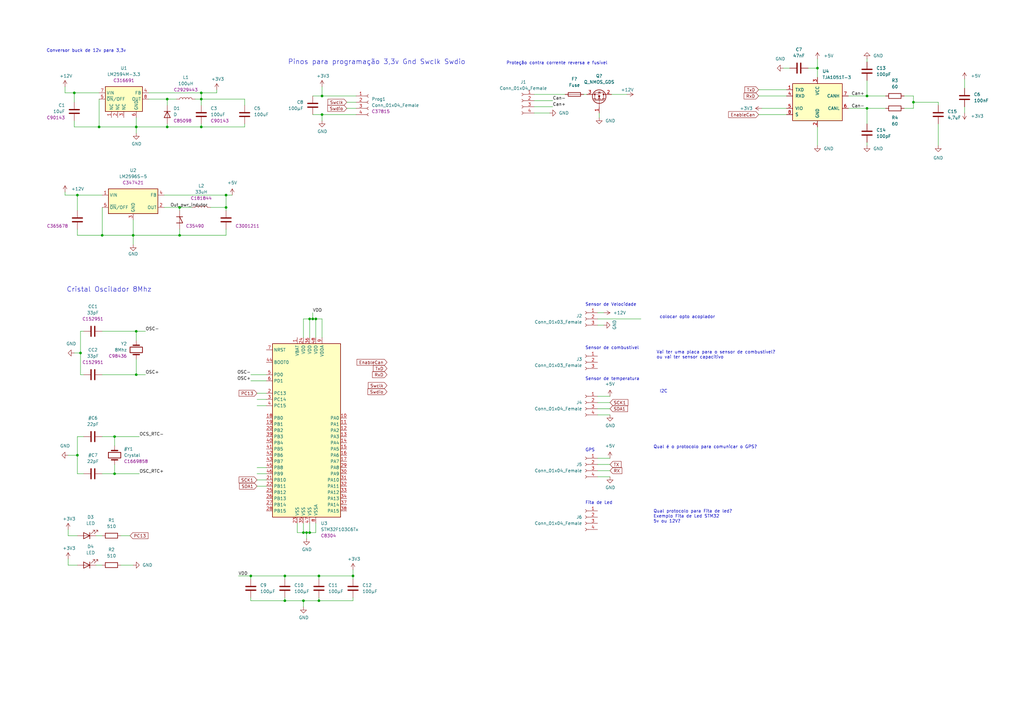
<source format=kicad_sch>
(kicad_sch (version 20231120) (generator "eeschema") (generator_version "8.0")
  (paper "A3")
  (title_block (title "Placa de propósito geral") (date "2023-02-23") (rev "rev 0.0") (company "Capibaja") (comment 2 "Kariston Franzin"))
  (lib_symbols
    (symbol "+12V_1" (power) (pin_names (offset 0))
      (property "Value" "+12V_1" (at 0 3.556 0))
      (symbol "+12V_1_0_1"
        (polyline (pts (xy -0.762 1.27) (xy 0 2.54)))
        (polyline (pts (xy 0 0) (xy 0 2.54)))
        (polyline (pts (xy 0 2.54) (xy 0.762 1.27)))
      )
      (symbol "+12V_1_1_1"
        (pin power_in line (at 0 0 90) (length 0) hide (name "+12V") (number "1"))
      )
    )
    (symbol "Connector:Conn_01x03_Female" (pin_names (offset 1.016) hide)
      (property "Reference" "J" (at 0 5.08 0))
      (property "Value" "Conn_01x03_Female" (at 0 -5.08 0))
      (symbol "Conn_01x03_Female_1_1"
        (arc (start 0 -2.032) (mid -0.5058 -2.54) (end 0 -3.048) (stroke (width 0.1524)))
        (polyline (pts (xy -1.27 -2.54) (xy -0.508 -2.54)) (stroke (width 0.1524)))
        (polyline (pts (xy -1.27 0) (xy -0.508 0)) (stroke (width 0.1524)))
        (polyline (pts (xy -1.27 2.54) (xy -0.508 2.54)) (stroke (width 0.1524)))
        (arc (start 0 0.508) (mid -0.5058 0) (end 0 -0.508) (stroke (width 0.1524)))
        (arc (start 0 3.048) (mid -0.5058 2.54) (end 0 2.032) (stroke (width 0.1524)))
        (pin passive line (at -5.08 2.54 0) (length 3.81) (name "Pin_1") (number "1"))
        (pin passive line (at -5.08 0 0) (length 3.81) (name "Pin_2") (number "2"))
        (pin passive line (at -5.08 -2.54 0) (length 3.81) (name "Pin_3") (number "3"))
      )
    )
    (symbol "Connector:Conn_01x04_Female" (pin_names (offset 1.016) hide)
      (property "Reference" "J" (at 0 5.08 0))
      (property "Value" "Conn_01x04_Female" (at 0 -7.62 0))
      (symbol "Conn_01x04_Female_1_1"
        (arc (start 0 -4.572) (mid -0.5058 -5.08) (end 0 -5.588) (stroke (width 0.1524)))
        (arc (start 0 -2.032) (mid -0.5058 -2.54) (end 0 -3.048) (stroke (width 0.1524)))
        (polyline (pts (xy -1.27 -5.08) (xy -0.508 -5.08)) (stroke (width 0.1524)))
        (polyline (pts (xy -1.27 -2.54) (xy -0.508 -2.54)) (stroke (width 0.1524)))
        (polyline (pts (xy -1.27 0) (xy -0.508 0)) (stroke (width 0.1524)))
        (polyline (pts (xy -1.27 2.54) (xy -0.508 2.54)) (stroke (width 0.1524)))
        (arc (start 0 0.508) (mid -0.5058 0) (end 0 -0.508) (stroke (width 0.1524)))
        (arc (start 0 3.048) (mid -0.5058 2.54) (end 0 2.032) (stroke (width 0.1524)))
        (pin passive line (at -5.08 2.54 0) (length 3.81) (name "Pin_1") (number "1"))
        (pin passive line (at -5.08 0 0) (length 3.81) (name "Pin_2") (number "2"))
        (pin passive line (at -5.08 -2.54 0) (length 3.81) (name "Pin_3") (number "3"))
        (pin passive line (at -5.08 -5.08 0) (length 3.81) (name "Pin_4") (number "4"))
      )
    )
    (symbol "Device:C" (pin_numbers hide) (pin_names (offset 0.254))
      (property "Reference" "C" (at 0.635 2.54 0))
      (property "Value" "C" (at 0.635 -2.54 0))
      (symbol "C_0_1"
        (polyline (pts (xy -2.032 -0.762) (xy 2.032 -0.762)) (stroke (width 0.508)))
        (polyline (pts (xy -2.032 0.762) (xy 2.032 0.762)) (stroke (width 0.508)))
      )
      (symbol "C_1_1"
        (pin passive line (at 0 3.81 270) (length 2.794) (name "~") (number "1"))
        (pin passive line (at 0 -3.81 90) (length 2.794) (name "~") (number "2"))
      )
    )
    (symbol "Device:Crystal" (pin_numbers hide) (pin_names (offset 1.016) hide)
      (property "Reference" "Y" (at 0 3.81 0))
      (property "Value" "Crystal" (at 0 -3.81 0))
      (symbol "Crystal_0_1"
        (rectangle (start -1.143 2.54) (end 1.143 -2.54) (stroke (width 0.3048)))
        (polyline (pts (xy -2.54 0) (xy -1.905 0)))
        (polyline (pts (xy -1.905 -1.27) (xy -1.905 1.27)) (stroke (width 0.508)))
        (polyline (pts (xy 1.905 -1.27) (xy 1.905 1.27)) (stroke (width 0.508)))
        (polyline (pts (xy 2.54 0) (xy 1.905 0)))
      )
      (symbol "Crystal_1_1"
        (pin passive line (at -3.81 0 0) (length 1.27) (name "1") (number "1"))
        (pin passive line (at 3.81 0 180) (length 1.27) (name "2") (number "2"))
      )
    )
    (symbol "Device:D" (pin_numbers hide) (pin_names (offset 1.016) hide)
      (property "Reference" "D" (at 0 2.54 0))
      (property "Value" "D" (at 0 -2.54 0))
      (symbol "D_0_1"
        (polyline (pts (xy -1.27 1.27) (xy -1.27 -1.27)) (stroke (width 0.254)))
        (polyline (pts (xy 1.27 0) (xy -1.27 0)))
        (polyline (pts (xy 1.27 1.27) (xy 1.27 -1.27) (xy -1.27 0) (xy 1.27 1.27)) (stroke (width 0.254)))
      )
      (symbol "D_1_1"
        (pin passive line (at -3.81 0 0) (length 2.54) (name "K") (number "1"))
        (pin passive line (at 3.81 0 180) (length 2.54) (name "A") (number "2"))
      )
    )
    (symbol "Device:D_Shockley" (pin_numbers hide) (pin_names (offset 1.016) hide)
      (property "Reference" "D" (at 0 2.54 0))
      (property "Value" "D_Shockley" (at 0 -2.54 0))
      (symbol "D_Shockley_0_1"
        (polyline (pts (xy -1.27 0) (xy 1.27 0)))
        (polyline (pts (xy -1.27 1.27) (xy -1.27 -1.27)) (stroke (width 0.254)))
        (polyline (pts (xy -1.27 0) (xy 1.27 1.27) (xy 1.27 -1.27)) (stroke (width 0.254)))
      )
      (symbol "D_Shockley_1_1"
        (pin passive line (at -3.81 0 0) (length 2.54) (name "K") (number "1"))
        (pin passive line (at 3.81 0 180) (length 2.54) (name "A") (number "2"))
      )
    )
    (symbol "Device:Fuse" (pin_numbers hide) (pin_names (offset 0))
      (property "Reference" "F" (at 2.032 0 90))
      (property "Value" "Fuse" (at -1.905 0 90))
      (symbol "Fuse_0_1"
        (rectangle (start -0.762 -2.54) (end 0.762 2.54) (stroke (width 0.254)))
        (polyline (pts (xy 0 2.54) (xy 0 -2.54)))
      )
      (symbol "Fuse_1_1"
        (pin passive line (at 0 3.81 270) (length 1.27) (name "~") (number "1"))
        (pin passive line (at 0 -3.81 90) (length 1.27) (name "~") (number "2"))
      )
    )
    (symbol "Device:L" (pin_numbers hide) (pin_names (offset 1.016) hide)
      (property "Reference" "L" (at -1.27 0 90))
      (property "Value" "L" (at 1.905 0 90))
      (symbol "L_0_1"
        (arc (start 0 -2.54) (mid 0.6323 -1.905) (end 0 -1.27))
        (arc (start 0 -1.27) (mid 0.6323 -0.635) (end 0 0))
        (arc (start 0 0) (mid 0.6323 0.635) (end 0 1.27))
        (arc (start 0 1.27) (mid 0.6323 1.905) (end 0 2.54))
      )
      (symbol "L_1_1"
        (pin passive line (at 0 3.81 270) (length 1.27) (name "1") (number "1"))
        (pin passive line (at 0 -3.81 90) (length 1.27) (name "2") (number "2"))
      )
    )
    (symbol "Device:LED" (pin_numbers hide) (pin_names (offset 1.016) hide)
      (property "Reference" "D" (at 0 2.54 0))
      (property "Value" "LED" (at 0 -2.54 0))
      (symbol "LED_0_1"
        (polyline (pts (xy -1.27 -1.27) (xy -1.27 1.27)) (stroke (width 0.254)))
        (polyline (pts (xy -1.27 0) (xy 1.27 0)))
        (polyline (pts (xy 1.27 -1.27) (xy 1.27 1.27) (xy -1.27 0) (xy 1.27 -1.27)) (stroke (width 0.254)))
        (polyline (pts (xy -3.048 -0.762) (xy -4.572 -2.286) (xy -3.81 -2.286) (xy -4.572 -2.286) (xy -4.572 -1.524)))
        (polyline (pts (xy -1.778 -0.762) (xy -3.302 -2.286) (xy -2.54 -2.286) (xy -3.302 -2.286) (xy -3.302 -1.524)))
      )
      (symbol "LED_1_1"
        (pin passive line (at -3.81 0 0) (length 2.54) (name "K") (number "1"))
        (pin passive line (at 3.81 0 180) (length 2.54) (name "A") (number "2"))
      )
    )
    (symbol "Device:Q_NMOS_GDS" (pin_names (offset 0) hide)
      (property "Reference" "Q" (at 5.08 1.27 0))
      (property "Value" "Q_NMOS_GDS" (at 5.08 -1.27 0))
      (symbol "Q_NMOS_GDS_0_1"
        (polyline (pts (xy 0.254 0) (xy -2.54 0)))
        (polyline (pts (xy 0.254 1.905) (xy 0.254 -1.905)) (stroke (width 0.254)))
        (polyline (pts (xy 0.762 -1.27) (xy 0.762 -2.286)) (stroke (width 0.254)))
        (polyline (pts (xy 0.762 0.508) (xy 0.762 -0.508)) (stroke (width 0.254)))
        (polyline (pts (xy 0.762 2.286) (xy 0.762 1.27)) (stroke (width 0.254)))
        (polyline (pts (xy 2.54 2.54) (xy 2.54 1.778)))
        (polyline (pts (xy 2.54 -2.54) (xy 2.54 0) (xy 0.762 0)))
        (polyline (pts (xy 0.762 -1.778) (xy 3.302 -1.778) (xy 3.302 1.778) (xy 0.762 1.778)))
        (polyline (pts (xy 1.016 0) (xy 2.032 0.381) (xy 2.032 -0.381) (xy 1.016 0)) (fill (type outline)))
        (polyline (pts (xy 2.794 0.508) (xy 2.921 0.381) (xy 3.683 0.381) (xy 3.81 0.254)))
        (polyline (pts (xy 3.302 0.381) (xy 2.921 -0.254) (xy 3.683 -0.254) (xy 3.302 0.381)))
        (circle (center 1.651 0) (radius 2.794) (stroke (width 0.254)))
        (circle (center 2.54 -1.778) (radius 0.254) (fill (type outline)))
        (circle (center 2.54 1.778) (radius 0.254) (fill (type outline)))
      )
      (symbol "Q_NMOS_GDS_1_1"
        (pin input line (at -5.08 0 0) (length 2.54) (name "G") (number "1"))
        (pin passive line (at 2.54 5.08 270) (length 2.54) (name "D") (number "2"))
        (pin passive line (at 2.54 -5.08 90) (length 2.54) (name "S") (number "3"))
      )
    )
    (symbol "Device:R" (pin_numbers hide) (pin_names (offset 0))
      (property "Reference" "R" (at 2.032 0 90))
      (property "Value" "R" (at 0 0 90))
      (symbol "R_0_1"
        (rectangle (start -1.016 -2.54) (end 1.016 2.54) (stroke (width 0.254)))
      )
      (symbol "R_1_1"
        (pin passive line (at 0 3.81 270) (length 1.27) (name "~") (number "1"))
        (pin passive line (at 0 -3.81 90) (length 1.27) (name "~") (number "2"))
      )
    )
    (symbol "GND_1" (power) (pin_names (offset 0))
      (property "Value" "GND_1" (at 0 -3.81 0))
      (symbol "GND_1_0_1"
        (polyline (pts (xy 0 0) (xy 0 -1.27) (xy 1.27 -1.27) (xy 0 -2.54) (xy -1.27 -1.27) (xy 0 -1.27)))
      )
      (symbol "GND_1_1_1"
        (pin power_in line (at 0 0 270) (length 0) hide (name "GND") (number "1"))
      )
    )
    (symbol "GND_2" (power) (pin_names (offset 0))
      (property "Value" "GND_2" (at 0 -3.81 0))
      (symbol "GND_2_0_1"
        (polyline (pts (xy 0 0) (xy 0 -1.27) (xy 1.27 -1.27) (xy 0 -2.54) (xy -1.27 -1.27) (xy 0 -1.27)))
      )
      (symbol "GND_2_1_1"
        (pin power_in line (at 0 0 270) (length 0) hide (name "GND") (number "1"))
      )
    )
    (symbol "Interface_CAN_LIN:TJA1051T-3" (pin_names (offset 1.016))
      (property "Reference" "U" (at -10.16 8.89 0))
      (property "Value" "TJA1051T-3" (at 1.27 8.89 0))
      (symbol "TJA1051T-3_0_1"
        (rectangle (start -10.16 7.62) (end 10.16 -7.62) (stroke (width 0.254)) (fill (type background)))
      )
      (symbol "TJA1051T-3_1_1"
        (pin input line (at -12.7 5.08 0) (length 2.54) (name "TXD") (number "1"))
        (pin power_in line (at 0 -10.16 90) (length 2.54) (name "GND") (number "2"))
        (pin power_in line (at 0 10.16 270) (length 2.54) (name "VCC") (number "3"))
        (pin output line (at -12.7 2.54 0) (length 2.54) (name "RXD") (number "4"))
        (pin power_in line (at -12.7 -2.54 0) (length 2.54) (name "VIO") (number "5"))
        (pin bidirectional line (at 12.7 -2.54 180) (length 2.54) (name "CANL") (number "6"))
        (pin bidirectional line (at 12.7 2.54 180) (length 2.54) (name "CANH") (number "7"))
        (pin input line (at -12.7 -5.08 0) (length 2.54) (name "S") (number "8"))
      )
    )
    (symbol "MCU_ST_STM32F1:STM32F103C6Tx"
      (property "Reference" "U" (at -15.24 36.83 0))
      (property "Value" "STM32F103C6Tx" (at 7.62 36.83 0))
      (symbol "STM32F103C6Tx_0_1"
        (rectangle (start -15.24 -35.56) (end 12.7 35.56) (stroke (width 0.254)) (fill (type background)))
      )
      (symbol "STM32F103C6Tx_1_1"
        (pin power_in line (at -5.08 38.1 270) (length 2.54) (name "VBAT") (number "1"))
        (pin bidirectional line (at 15.24 5.08 180) (length 2.54) (name "PA0") (number "10"))
        (pin bidirectional line (at 15.24 2.54 180) (length 2.54) (name "PA1") (number "11"))
        (pin bidirectional line (at 15.24 0 180) (length 2.54) (name "PA2") (number "12"))
        (pin bidirectional line (at 15.24 -2.54 180) (length 2.54) (name "PA3") (number "13"))
        (pin bidirectional line (at 15.24 -5.08 180) (length 2.54) (name "PA4") (number "14"))
        (pin bidirectional line (at 15.24 -7.62 180) (length 2.54) (name "PA5") (number "15"))
        (pin bidirectional line (at 15.24 -10.16 180) (length 2.54) (name "PA6") (number "16"))
        (pin bidirectional line (at 15.24 -12.7 180) (length 2.54) (name "PA7") (number "17"))
        (pin bidirectional line (at -17.78 5.08 0) (length 2.54) (name "PB0") (number "18"))
        (pin bidirectional line (at -17.78 2.54 0) (length 2.54) (name "PB1") (number "19"))
        (pin bidirectional line (at -17.78 15.24 0) (length 2.54) (name "PC13") (number "2"))
        (pin bidirectional line (at -17.78 0 0) (length 2.54) (name "PB2") (number "20"))
        (pin bidirectional line (at -17.78 -20.32 0) (length 2.54) (name "PB10") (number "21"))
        (pin bidirectional line (at -17.78 -22.86 0) (length 2.54) (name "PB11") (number "22"))
        (pin power_in line (at -5.08 -38.1 90) (length 2.54) (name "VSS") (number "23"))
        (pin power_in line (at -2.54 38.1 270) (length 2.54) (name "VDD") (number "24"))
        (pin bidirectional line (at -17.78 -25.4 0) (length 2.54) (name "PB12") (number "25"))
        (pin bidirectional line (at -17.78 -27.94 0) (length 2.54) (name "PB13") (number "26"))
        (pin bidirectional line (at -17.78 -30.48 0) (length 2.54) (name "PB14") (number "27"))
        (pin bidirectional line (at -17.78 -33.02 0) (length 2.54) (name "PB15") (number "28"))
        (pin bidirectional line (at 15.24 -15.24 180) (length 2.54) (name "PA8") (number "29"))
        (pin bidirectional line (at -17.78 12.7 0) (length 2.54) (name "PC14") (number "3"))
        (pin bidirectional line (at 15.24 -17.78 180) (length 2.54) (name "PA9") (number "30"))
        (pin bidirectional line (at 15.24 -20.32 180) (length 2.54) (name "PA10") (number "31"))
        (pin bidirectional line (at 15.24 -22.86 180) (length 2.54) (name "PA11") (number "32"))
        (pin bidirectional line (at 15.24 -25.4 180) (length 2.54) (name "PA12") (number "33"))
        (pin bidirectional line (at 15.24 -27.94 180) (length 2.54) (name "PA13") (number "34"))
        (pin power_in line (at -2.54 -38.1 90) (length 2.54) (name "VSS") (number "35"))
        (pin power_in line (at 0 38.1 270) (length 2.54) (name "VDD") (number "36"))
        (pin bidirectional line (at 15.24 -30.48 180) (length 2.54) (name "PA14") (number "37"))
        (pin bidirectional line (at 15.24 -33.02 180) (length 2.54) (name "PA15") (number "38"))
        (pin bidirectional line (at -17.78 -2.54 0) (length 2.54) (name "PB3") (number "39"))
        (pin bidirectional line (at -17.78 10.16 0) (length 2.54) (name "PC15") (number "4"))
        (pin bidirectional line (at -17.78 -5.08 0) (length 2.54) (name "PB4") (number "40"))
        (pin bidirectional line (at -17.78 -7.62 0) (length 2.54) (name "PB5") (number "41"))
        (pin bidirectional line (at -17.78 -10.16 0) (length 2.54) (name "PB6") (number "42"))
        (pin bidirectional line (at -17.78 -12.7 0) (length 2.54) (name "PB7") (number "43"))
        (pin input line (at -17.78 27.94 0) (length 2.54) (name "BOOT0") (number "44"))
        (pin bidirectional line (at -17.78 -15.24 0) (length 2.54) (name "PB8") (number "45"))
        (pin bidirectional line (at -17.78 -17.78 0) (length 2.54) (name "PB9") (number "46"))
        (pin power_in line (at 0 -38.1 90) (length 2.54) (name "VSS") (number "47"))
        (pin power_in line (at 2.54 38.1 270) (length 2.54) (name "VDD") (number "48"))
        (pin input line (at -17.78 22.86 0) (length 2.54) (name "PD0") (number "5"))
        (pin input line (at -17.78 20.32 0) (length 2.54) (name "PD1") (number "6"))
        (pin input line (at -17.78 33.02 0) (length 2.54) (name "NRST") (number "7"))
        (pin power_in line (at 2.54 -38.1 90) (length 2.54) (name "VSSA") (number "8"))
        (pin power_in line (at 5.08 38.1 270) (length 2.54) (name "VDDA") (number "9"))
      )
    )
    (symbol "Regulator_Switching:LM2594M-3.3"
      (property "Reference" "U" (at -7.62 6.35 0))
      (property "Value" "LM2594M-3.3" (at 0 6.35 0))
      (symbol "LM2594M-3.3_0_1"
        (rectangle (start -7.62 5.08) (end 7.62 -5.08) (stroke (width 0.254)) (fill (type background)))
      )
      (symbol "LM2594M-3.3_1_1"
        (pin passive line (at -5.08 -7.62 90) (length 2.54) (name "NC") (number "1"))
        (pin passive line (at -2.54 -7.62 90) (length 2.54) (name "NC") (number "2"))
        (pin passive line (at 0 -7.62 90) (length 2.54) (name "NC") (number "3"))
        (pin input line (at 10.16 2.54 180) (length 2.54) (name "FB") (number "4"))
        (pin input line (at -10.16 0 0) (length 2.54) (name "~{ON}/OFF") (number "5"))
        (pin power_in line (at 5.08 -7.62 90) (length 2.54) (name "GND") (number "6"))
        (pin power_in line (at -10.16 2.54 0) (length 2.54) (name "VIN") (number "7"))
        (pin output line (at 10.16 0 180) (length 2.54) (name "OUT") (number "8"))
      )
    )
    (symbol "Regulator_Switching:LM2596S-5"
      (property "Reference" "U" (at -10.16 6.35 0))
      (property "Value" "LM2596S-5" (at 0 6.35 0))
      (symbol "LM2596S-5_0_1"
        (rectangle (start -10.16 5.08) (end 10.16 -5.08) (stroke (width 0.254)) (fill (type background)))
      )
      (symbol "LM2596S-5_1_1"
        (pin power_in line (at -12.7 2.54 0) (length 2.54) (name "VIN") (number "1"))
        (pin output line (at 12.7 -2.54 180) (length 2.54) (name "OUT") (number "2"))
        (pin power_in line (at 0 -7.62 90) (length 2.54) (name "GND") (number "3"))
        (pin input line (at 12.7 2.54 180) (length 2.54) (name "FB") (number "4"))
        (pin input line (at -12.7 -2.54 0) (length 2.54) (name "~{ON}/OFF") (number "5"))
      )
    )
    (symbol "power:+12V" (power) (pin_names (offset 0))
      (property "Value" "+12V" (at 0 3.556 0))
      (symbol "+12V_0_1"
        (polyline (pts (xy -0.762 1.27) (xy 0 2.54)))
        (polyline (pts (xy 0 0) (xy 0 2.54)))
        (polyline (pts (xy 0 2.54) (xy 0.762 1.27)))
      )
      (symbol "+12V_1_1"
        (pin power_in line (at 0 0 90) (length 0) hide (name "+12V") (number "1"))
      )
    )
    (symbol "power:+3.3V" (power) (pin_names (offset 0))
      (property "Value" "+3.3V" (at 0 3.556 0))
      (symbol "+3.3V_0_1"
        (polyline (pts (xy -0.762 1.27) (xy 0 2.54)))
        (polyline (pts (xy 0 0) (xy 0 2.54)))
        (polyline (pts (xy 0 2.54) (xy 0.762 1.27)))
      )
      (symbol "+3.3V_1_1"
        (pin power_in line (at 0 0 90) (length 0) hide (name "+3V3") (number "1"))
      )
    )
    (symbol "power:+5V" (power) (pin_names (offset 0))
      (property "Value" "+5V" (at 0 3.556 0))
      (symbol "+5V_0_1"
        (polyline (pts (xy -0.762 1.27) (xy 0 2.54)))
        (polyline (pts (xy 0 0) (xy 0 2.54)))
        (polyline (pts (xy 0 2.54) (xy 0.762 1.27)))
      )
      (symbol "+5V_1_1"
        (pin power_in line (at 0 0 90) (length 0) hide (name "+5V") (number "1"))
      )
    )
    (symbol "power:GND" (power) (pin_names (offset 0))
      (property "Value" "GND" (at 0 -3.81 0))
      (symbol "GND_0_1"
        (polyline (pts (xy 0 0) (xy 0 -1.27) (xy 1.27 -1.27) (xy 0 -2.54) (xy -1.27 -1.27) (xy 0 -1.27)))
      )
      (symbol "GND_1_1"
        (pin power_in line (at 0 0 270) (length 0) hide (name "GND") (number "1"))
      )
    )
  )
  (junction (at 129.54 130.81))
  (junction (at 68.58 52.07))
  (junction (at 92.71 85.09))
  (junction (at 33.02 144.78))
  (junction (at 31.75 186.69))
  (junction (at 127 130.81))
  (junction (at 40.64 52.07))
  (junction (at 128.27 130.81))
  (junction (at 46.99 194.31))
  (junction (at 125.73 218.44))
  (junction (at 41.91 96.52))
  (junction (at 82.55 40.64))
  (junction (at 335.28 27.94))
  (junction (at 30.48 38.1))
  (junction (at 92.71 80.01))
  (junction (at 54.61 96.52))
  (junction (at 127 218.44))
  (junction (at 116.84 246.38))
  (junction (at 130.81 246.38))
  (junction (at 116.84 236.22))
  (junction (at 102.87 236.22))
  (junction (at 130.81 236.22))
  (junction (at 82.55 38.1))
  (junction (at 55.88 52.07))
  (junction (at 144.78 236.22))
  (junction (at 355.6 39.37))
  (junction (at 31.75 80.01))
  (junction (at 46.99 179.07))
  (junction (at 132.08 39.37))
  (junction (at 355.6 44.45))
  (junction (at 124.46 218.44))
  (junction (at 73.66 85.09))
  (junction (at 124.46 246.38))
  (junction (at 82.55 52.07))
  (junction (at 68.58 40.64))
  (junction (at 374.65 41.91))
  (junction (at 55.88 153.67))
  (junction (at 55.88 135.89))
  (junction (at 132.08 46.99))
  (junction (at 73.66 96.52))
  (wire (pts (xy 26.67 80.01) (xy 31.75 80.01)))
  (wire (pts (xy 27.94 229.235) (xy 27.94 231.775)))
  (wire (pts (xy 129.54 130.81) (xy 129.54 138.43)))
  (wire (pts (xy 92.71 93.98) (xy 92.71 96.52)))
  (wire (pts (xy 82.55 52.07) (xy 100.33 52.07)))
  (wire (pts (xy 370.84 44.45) (xy 374.65 44.45)))
  (wire (pts (xy 105.41 199.39) (xy 109.22 199.39)))
  (wire (pts (xy 355.6 39.37) (xy 347.98 39.37)))
  (wire (pts (xy 33.02 144.78) (xy 33.02 135.89)))
  (wire (pts (xy 39.37 219.71) (xy 41.91 219.71)))
  (wire (pts (xy 116.84 237.49) (xy 116.84 236.22)))
  (wire (pts (xy 31.75 86.36) (xy 31.75 80.01)))
  (wire (pts (xy 100.33 40.64) (xy 82.55 40.64)))
  (wire (pts (xy 26.67 38.1) (xy 30.48 38.1)))
  (wire (pts (xy 247.65 128.27) (xy 245.11 128.27)))
  (wire (pts (xy 31.75 93.98) (xy 31.75 96.52)))
  (wire (pts (xy 40.64 52.07) (xy 55.88 52.07)))
  (wire (pts (xy 33.02 153.67) (xy 33.02 144.78)))
  (wire (pts (xy 363.22 44.45) (xy 355.6 44.45)))
  (wire (pts (xy 395.605 46.355) (xy 395.605 43.815)))
  (wire (pts (xy 46.99 194.31) (xy 46.99 190.5)))
  (wire (pts (xy 27.94 217.17) (xy 27.94 219.71)))
  (wire (pts (xy 31.75 80.01) (xy 41.91 80.01)))
  (wire (pts (xy 130.81 237.49) (xy 130.81 236.22)))
  (wire (pts (xy 129.54 214.63) (xy 129.54 218.44)))
  (wire (pts (xy 247.65 133.35) (xy 245.11 133.35)))
  (wire (pts (xy 132.08 130.81) (xy 132.08 138.43)))
  (wire (pts (xy 46.99 179.07) (xy 57.15 179.07)))
  (wire (pts (xy 68.58 52.07) (xy 82.55 52.07)))
  (wire (pts (xy 30.48 52.07) (xy 40.64 52.07)))
  (wire (pts (xy 34.29 153.67) (xy 33.02 153.67)))
  (wire (pts (xy 127 218.44) (xy 129.54 218.44)))
  (wire (pts (xy 41.91 179.07) (xy 46.99 179.07)))
  (wire (pts (xy 73.66 85.09) (xy 78.74 85.09)))
  (wire (pts (xy 331.47 27.94) (xy 335.28 27.94)))
  (wire (pts (xy 31.75 96.52) (xy 41.91 96.52)))
  (wire (pts (xy 355.6 44.45) (xy 347.98 44.45)))
  (wire (pts (xy 41.91 85.09) (xy 41.91 96.52)))
  (wire (pts (xy 130.81 246.38) (xy 144.78 246.38)))
  (wire (pts (xy 226.695 43.815) (xy 219.075 43.815)))
  (wire (pts (xy 39.37 231.775) (xy 41.91 231.775)))
  (wire (pts (xy 40.64 40.64) (xy 40.64 52.07)))
  (wire (pts (xy 33.02 144.78) (xy 30.48 144.78)))
  (wire (pts (xy 127 130.81) (xy 127 138.43)))
  (wire (pts (xy 82.55 40.64) (xy 82.55 38.1)))
  (wire (pts (xy 124.46 130.81) (xy 127 130.81)))
  (wire (pts (xy 239.395 38.735) (xy 240.665 38.735)))
  (wire (pts (xy 127 130.81) (xy 128.27 130.81)))
  (wire (pts (xy 102.87 245.11) (xy 102.87 246.38)))
  (wire (pts (xy 311.15 46.99) (xy 322.58 46.99)))
  (wire (pts (xy 27.94 219.71) (xy 31.75 219.71)))
  (wire (pts (xy 132.08 35.56) (xy 132.08 39.37)))
  (wire (pts (xy 105.41 196.85) (xy 109.22 196.85)))
  (wire (pts (xy 100.33 52.07) (xy 100.33 50.8)))
  (wire (pts (xy 116.84 246.38) (xy 124.46 246.38)))
  (wire (pts (xy 250.19 165.1) (xy 245.11 165.1)))
  (wire (pts (xy 55.88 52.07) (xy 55.88 54.61)))
  (wire (pts (xy 257.175 38.735) (xy 250.825 38.735)))
  (wire (pts (xy 102.87 246.38) (xy 116.84 246.38)))
  (wire (pts (xy 121.92 218.44) (xy 124.46 218.44)))
  (wire (pts (xy 41.91 194.31) (xy 46.99 194.31)))
  (wire (pts (xy 225.425 46.355) (xy 219.075 46.355)))
  (wire (pts (xy 55.88 147.32) (xy 55.88 153.67)))
  (wire (pts (xy 82.55 38.1) (xy 60.96 38.1)))
  (wire (pts (xy 55.88 153.67) (xy 59.69 153.67)))
  (wire (pts (xy 374.65 41.91) (xy 374.65 44.45)))
  (wire (pts (xy 142.24 44.45) (xy 146.05 44.45)))
  (wire (pts (xy 30.48 38.1) (xy 40.64 38.1)))
  (wire (pts (xy 124.46 218.44) (xy 125.73 218.44)))
  (wire (pts (xy 31.75 179.07) (xy 31.75 186.69)))
  (wire (pts (xy 250.19 195.58) (xy 245.11 195.58)))
  (wire (pts (xy 68.58 50.8) (xy 68.58 52.07)))
  (wire (pts (xy 132.08 39.37) (xy 146.05 39.37)))
  (wire (pts (xy 92.71 85.09) (xy 92.71 86.36)))
  (wire (pts (xy 67.31 80.01) (xy 92.71 80.01)))
  (wire (pts (xy 105.41 166.37) (xy 109.22 166.37)))
  (wire (pts (xy 355.6 33.02) (xy 355.6 39.37)))
  (wire (pts (xy 55.88 48.26) (xy 55.88 52.07)))
  (wire (pts (xy 116.84 236.22) (xy 102.87 236.22)))
  (wire (pts (xy 97.79 236.22) (xy 102.87 236.22)))
  (wire (pts (xy 250.19 193.04) (xy 245.11 193.04)))
  (wire (pts (xy 88.9 36.83) (xy 88.9 38.1)))
  (wire (pts (xy 27.94 186.69) (xy 31.75 186.69)))
  (wire (pts (xy 250.19 162.56) (xy 245.11 162.56)))
  (wire (pts (xy 130.81 236.22) (xy 144.78 236.22)))
  (wire (pts (xy 73.66 85.09) (xy 67.31 85.09)))
  (wire (pts (xy 116.84 236.22) (xy 130.81 236.22)))
  (wire (pts (xy 105.41 161.29) (xy 109.22 161.29)))
  (wire (pts (xy 31.75 186.69) (xy 31.75 194.31)))
  (wire (pts (xy 384.81 50.8) (xy 384.81 59.69)))
  (wire (pts (xy 250.19 190.5) (xy 245.11 190.5)))
  (wire (pts (xy 68.58 52.07) (xy 55.88 52.07)))
  (wire (pts (xy 226.695 41.275) (xy 219.075 41.275)))
  (wire (pts (xy 86.36 85.09) (xy 92.71 85.09)))
  (wire (pts (xy 144.78 236.22) (xy 144.78 237.49)))
  (wire (pts (xy 127 214.63) (xy 127 218.44)))
  (wire (pts (xy 311.15 36.83) (xy 322.58 36.83)))
  (wire (pts (xy 132.08 46.99) (xy 146.05 46.99)))
  (wire (pts (xy 30.48 49.53) (xy 30.48 52.07)))
  (wire (pts (xy 125.73 218.44) (xy 125.73 220.98)))
  (wire (pts (xy 31.75 194.31) (xy 34.29 194.31)))
  (wire (pts (xy 46.99 182.88) (xy 46.99 179.07)))
  (wire (pts (xy 73.66 86.36) (xy 73.66 85.09)))
  (wire (pts (xy 54.61 90.17) (xy 54.61 96.52)))
  (wire (pts (xy 250.19 167.64) (xy 245.11 167.64)))
  (wire (pts (xy 102.87 153.67) (xy 109.22 153.67)))
  (wire (pts (xy 130.81 245.11) (xy 130.81 246.38)))
  (wire (pts (xy 370.84 39.37) (xy 374.65 39.37)))
  (wire (pts (xy 54.61 96.52) (xy 73.66 96.52)))
  (wire (pts (xy 102.87 156.21) (xy 109.22 156.21)))
  (wire (pts (xy 124.46 138.43) (xy 124.46 130.81)))
  (wire (pts (xy 125.73 218.44) (xy 127 218.44)))
  (wire (pts (xy 124.46 246.38) (xy 130.81 246.38)))
  (wire (pts (xy 60.96 40.64) (xy 68.58 40.64)))
  (wire (pts (xy 49.53 219.71) (xy 53.34 219.71)))
  (wire (pts (xy 245.745 48.26) (xy 245.745 46.355)))
  (wire (pts (xy 335.28 27.94) (xy 335.28 31.75)))
  (wire (pts (xy 73.66 93.98) (xy 73.66 96.52)))
  (wire (pts (xy 116.84 245.11) (xy 116.84 246.38)))
  (wire (pts (xy 132.08 46.99) (xy 132.08 49.53)))
  (wire (pts (xy 384.81 41.91) (xy 384.81 43.18)))
  (wire (pts (xy 26.67 78.74) (xy 26.67 80.01)))
  (wire (pts (xy 335.28 24.13) (xy 335.28 27.94)))
  (wire (pts (xy 144.78 246.38) (xy 144.78 245.11)))
  (wire (pts (xy 105.41 191.77) (xy 109.22 191.77)))
  (wire (pts (xy 105.41 194.31) (xy 109.22 194.31)))
  (wire (pts (xy 54.61 96.52) (xy 54.61 100.33)))
  (wire (pts (xy 355.6 59.69) (xy 355.6 58.42)))
  (wire (pts (xy 92.71 80.01) (xy 92.71 85.09)))
  (wire (pts (xy 82.55 52.07) (xy 82.55 50.8)))
  (wire (pts (xy 312.42 44.45) (xy 322.58 44.45)))
  (wire (pts (xy 250.19 170.18) (xy 245.11 170.18)))
  (wire (pts (xy 33.02 135.89) (xy 34.29 135.89)))
  (wire (pts (xy 128.27 46.99) (xy 132.08 46.99)))
  (wire (pts (xy 231.775 38.735) (xy 219.075 38.735)))
  (wire (pts (xy 245.11 130.81) (xy 262.89 130.81)))
  (wire (pts (xy 335.28 59.69) (xy 335.28 52.07)))
  (wire (pts (xy 27.94 231.775) (xy 31.75 231.775)))
  (wire (pts (xy 128.27 128.27) (xy 128.27 130.81)))
  (wire (pts (xy 128.27 130.81) (xy 129.54 130.81)))
  (wire (pts (xy 30.48 41.91) (xy 30.48 38.1)))
  (wire (pts (xy 250.19 187.96) (xy 245.11 187.96)))
  (wire (pts (xy 73.66 96.52) (xy 92.71 96.52)))
  (wire (pts (xy 128.27 39.37) (xy 132.08 39.37)))
  (wire (pts (xy 55.88 135.89) (xy 55.88 139.7)))
  (wire (pts (xy 49.53 231.775) (xy 54.61 231.775)))
  (wire (pts (xy 129.54 130.81) (xy 132.08 130.81)))
  (wire (pts (xy 374.65 41.91) (xy 384.81 41.91)))
  (wire (pts (xy 374.65 39.37) (xy 374.65 41.91)))
  (wire (pts (xy 355.6 44.45) (xy 355.6 50.8)))
  (wire (pts (xy 105.41 163.83) (xy 109.22 163.83)))
  (wire (pts (xy 124.46 214.63) (xy 124.46 218.44)))
  (wire (pts (xy 41.91 153.67) (xy 55.88 153.67)))
  (wire (pts (xy 363.22 39.37) (xy 355.6 39.37)))
  (wire (pts (xy 68.58 40.64) (xy 68.58 43.18)))
  (wire (pts (xy 88.9 38.1) (xy 82.55 38.1)))
  (wire (pts (xy 34.29 179.07) (xy 31.75 179.07)))
  (wire (pts (xy 121.92 214.63) (xy 121.92 218.44)))
  (wire (pts (xy 102.87 236.22) (xy 102.87 237.49)))
  (wire (pts (xy 82.55 40.64) (xy 82.55 43.18)))
  (wire (pts (xy 41.91 135.89) (xy 55.88 135.89)))
  (wire (pts (xy 311.15 39.37) (xy 322.58 39.37)))
  (wire (pts (xy 41.91 96.52) (xy 54.61 96.52)))
  (wire (pts (xy 124.46 246.38) (xy 124.46 248.92)))
  (wire (pts (xy 26.67 35.56) (xy 26.67 38.1)))
  (wire (pts (xy 142.24 41.91) (xy 146.05 41.91)))
  (wire (pts (xy 355.6 24.13) (xy 355.6 25.4)))
  (wire (pts (xy 395.605 32.385) (xy 395.605 36.195)))
  (wire (pts (xy 100.33 43.18) (xy 100.33 40.64)))
  (wire (pts (xy 144.78 233.68) (xy 144.78 236.22)))
  (wire (pts (xy 80.01 40.64) (xy 82.55 40.64)))
  (wire (pts (xy 55.88 135.89) (xy 59.69 135.89)))
  (wire (pts (xy 92.71 80.01) (xy 95.25 80.01)))
  (wire (pts (xy 321.31 27.94) (xy 323.85 27.94)))
  (wire (pts (xy 46.99 194.31) (xy 57.15 194.31)))
  (wire (pts (xy 68.58 40.64) (xy 72.39 40.64)))
  (text "Vai ter uma placa para o sensor de combustível?\nou vai ter sensor capacitivo" (at 269.24 147.32 0) (effects (font (size 1.27 1.27)) (justify left bottom)))
  (text "Sensor de temperatura" (at 240.03 156.21 0) (effects (font (size 1.27 1.27)) (justify left bottom)))
  (text "Proteção contra corrente reversa e fusível" (at 207.645 26.67 0) (effects (font (size 1.27 1.27)) (justify left bottom)))
  (text "Conversor buck de 12v para 3,3v" (at 19.05 21.59 0) (effects (font (size 1.27 1.27)) (justify left bottom)))
  (text "I2C" (at 270.51 161.29 0) (effects (font (size 1.27 1.27)) (justify left bottom)))
  (text "GPS" (at 240.03 185.42 0) (effects (font (size 1.27 1.27)) (justify left bottom)))
  (text "Cristal Oscilador 8Mhz" (at 27.305 120.015 0) (effects (font (size 2.0066 2.0066)) (justify left bottom)))
  (text "colocar opto acoplador" (at 270.51 130.81 0) (effects (font (size 1.27 1.27)) (justify left bottom)))
  (text "Qual protocolo para Fita de led?\nExemplo Fita de Led STM32\n5v ou 12V?" (at 267.97 214.63 0) (effects (font (size 1.27 1.27)) (justify left bottom)))
  (text "Qual é o protocolo para comunicar o GPS?" (at 267.97 184.15 0) (effects (font (size 1.27 1.27)) (justify left bottom)))
  (text "Sensor de combustível" (at 240.03 143.51 0) (effects (font (size 1.27 1.27)) (justify left bottom)))
  (text "Pinos para programação 3,3v Gnd Swclk Swdio" (at 118.11 26.67 0) (effects (font (size 2.0066 2.0066)) (justify left bottom)))
  (text "Fita de Led" (at 240.03 207.01 0) (effects (font (size 1.27 1.27)) (justify left bottom)))
  (text "Sensor de Velocidade" (at 240.03 125.73 0) (effects (font (size 1.27 1.27)) (justify left bottom)))
  (label "OSC-" (at 59.69 135.89 0))
  (label "OSC+" (at 59.69 153.67 0))
  (label "OSC+" (at 102.87 156.21 180))
  (label "Can-" (at 226.695 41.275 0))
  (label "VDD" (at 128.27 128.27 0))
  (label "OSC_RTC+" (at 57.15 194.31 0))
  (label "Can-" (at 349.25 44.45 0))
  (label "OCS_RTC-" (at 57.15 179.07 0))
  (label "Can+" (at 349.25 39.37 0))
  (label "OSC-" (at 102.87 153.67 180))
  (label "Out_pwr_indutor" (at 69.85 85.09 0))
  (label "Can+" (at 226.695 43.815 0))
  (label "VDD" (at 97.79 236.22 0))
  (global_label "Swdio" (shape input) (at 142.24 44.45 180) (property "Intersheetrefs" "${INTERSHEET_REFS}" (effects (hide yes))))
  (global_label "TxD" (shape input) (at 311.15 36.83 180) (property "Intersheetrefs" "${INTERSHEET_REFS}" (effects (hide yes))) (property "Referências entre as folhas" "${INTERSHEET_REFS}" (effects (hide yes))))
  (global_label "PC13" (shape input) (at 105.41 161.29 180) (property "Intersheetrefs" "${INTERSHEET_REFS}" (effects (hide yes))) (property "Referências entre as folhas" "${INTERSHEET_REFS}" (effects (hide yes))))
  (global_label "SDA1" (shape input) (at 105.41 199.39 180) (property "Intersheetrefs" "${INTERSHEET_REFS}" (effects (hide yes))) (property "Referências entre as folhas" "${INTERSHEET_REFS}" (effects (hide yes))))
  (global_label "TxD" (shape input) (at 158.75 151.13 180) (property "Intersheetrefs" "${INTERSHEET_REFS}" (effects (hide yes))) (property "Referências entre as folhas" "${INTERSHEET_REFS}" (effects (hide yes))))
  (global_label "SCK1" (shape input) (at 250.19 165.1 0) (property "Intersheetrefs" "${INTERSHEET_REFS}" (effects (hide yes))) (property "Referências entre as folhas" "${INTERSHEET_REFS}" (effects (hide yes))))
  (global_label "Swclk" (shape input) (at 158.75 158.115 180) (property "Intersheetrefs" "${INTERSHEET_REFS}" (effects (hide yes))))
  (global_label "EnableCan" (shape input) (at 311.15 46.99 180) (property "Intersheetrefs" "${INTERSHEET_REFS}" (effects (hide yes))) (property "Referências entre as folhas" "${INTERSHEET_REFS}" (effects (hide yes))))
  (global_label "RxD" (shape input) (at 158.75 153.67 180) (property "Intersheetrefs" "${INTERSHEET_REFS}" (effects (hide yes))) (property "Referências entre as folhas" "${INTERSHEET_REFS}" (effects (hide yes))))
  (global_label "EnableCan" (shape input) (at 158.75 148.59 180) (property "Intersheetrefs" "${INTERSHEET_REFS}" (effects (hide yes))) (property "Referências entre as folhas" "${INTERSHEET_REFS}" (effects (hide yes))))
  (global_label "PC13" (shape input) (at 53.34 219.71 0) (property "Intersheetrefs" "${INTERSHEET_REFS}" (effects (hide yes))) (property "Referências entre as folhas" "${INTERSHEET_REFS}" (effects (hide yes))))
  (global_label "SCK1" (shape input) (at 105.41 196.85 180) (property "Intersheetrefs" "${INTERSHEET_REFS}" (effects (hide yes))) (property "Referências entre as folhas" "${INTERSHEET_REFS}" (effects (hide yes))))
  (global_label "RxD" (shape input) (at 311.15 39.37 180) (property "Intersheetrefs" "${INTERSHEET_REFS}" (effects (hide yes))) (property "Referências entre as folhas" "${INTERSHEET_REFS}" (effects (hide yes))))
  (global_label "TX" (shape input) (at 250.19 190.5 0) (property "Intersheetrefs" "${INTERSHEET_REFS}" (effects (hide yes))) (property "Referências entre as folhas" "${INTERSHEET_REFS}" (effects (hide yes))))
  (global_label "Swclk" (shape input) (at 142.24 41.91 180) (property "Intersheetrefs" "${INTERSHEET_REFS}" (effects (hide yes))))
  (global_label "RX" (shape input) (at 250.19 193.04 0) (property "Intersheetrefs" "${INTERSHEET_REFS}" (effects (hide yes))) (property "Referências entre as folhas" "${INTERSHEET_REFS}" (effects (hide yes))))
  (global_label "Swdio" (shape input) (at 158.75 160.655 180) (property "Intersheetrefs" "${INTERSHEET_REFS}" (effects (hide yes))))
  (global_label "SDA1" (shape input) (at 250.19 167.64 0) (property "Intersheetrefs" "${INTERSHEET_REFS}" (effects (hide yes))) (property "Referências entre as folhas" "${INTERSHEET_REFS}" (effects (hide yes))))
  (symbol (lib_id "Connector:Conn_01x04_Female") (at 240.03 190.5 0) (mirror y) (unit 1)
    (property "Reference" "J5" (at 238.76 190.4999 0) (effects (justify left)))
    (property "Value" "Conn_01x04_Female" (at 238.76 193.0399 0) (effects (justify left)))
    (property "Footprint" "Connector_PinHeader_2.54mm:PinHeader_1x04_P2.54mm_Vertical" (effects (hide yes)))
  )
  (symbol (lib_name "GND_1") (lib_id "power:GND") (at 355.6 59.69 0) (unit 1)
    (property "Reference" "#PWR0120" (effects (hide yes)))
    (property "Value" "GND" (at 358.14 60.9599 0) (effects (justify left)))
  )
  (symbol (lib_id "power:+5V") (at 250.19 162.56 0) (unit 1)
    (property "Reference" "#PWR0133" (effects (hide yes)))
    (property "Value" "+5V" (at 250.19 157.48 0))
  )
  (symbol (lib_id "Connector:Conn_01x03_Female") (at 240.03 148.59 0) (mirror y) (unit 1)
    (property "Reference" "J3" (at 238.76 147.3199 0) (effects (justify left)))
    (property "Value" "Conn_01x03_Female" (at 238.76 149.8599 0) (effects (justify left)))
    (property "Footprint" "Connector_PinHeader_2.54mm:PinHeader_1x03_P2.54mm_Vertical" (effects (hide yes)))
  )
  (symbol (lib_id "Connector:Conn_01x04_Female") (at 213.995 41.275 0) (mirror y) (unit 1)
    (property "Reference" "J1" (at 214.63 33.655 0))
    (property "Value" "Conn_01x04_Female" (at 214.63 36.195 0))
    (property "Footprint" "TerminalBlock_Phoenix:TerminalBlock_Phoenix_MKDS-1,5-4_1x04_P5.00mm_Horizontal" (effects (hide yes)))
  )
  (symbol (lib_id "power:+3.3V") (at 88.9 36.83 0) (unit 1)
    (property "Reference" "#PWR0106" (effects (hide yes)))
    (property "Value" "+3V3" (at 89.281 32.4358 0))
  )
  (symbol (lib_id "Device:Q_NMOS_GDS") (at 245.745 41.275 270) (mirror x) (unit 1)
    (property "Reference" "Q?" (at 245.745 31.115 90))
    (property "Value" "Q_NMOS_GDS" (at 245.745 33.655 90))
  )
  (symbol (lib_id "power:GND") (at 54.61 100.33 0) (mirror y) (unit 1)
    (property "Reference" "#PWR0108" (effects (hide yes)))
    (property "Value" "GND" (at 54.61 104.14 0))
  )
  (symbol (lib_name "+12V_1") (lib_id "power:+12V") (at 257.175 38.735 270) (unit 1)
    (property "Reference" "#PWR0126" (effects (hide yes)))
    (property "Value" "+12V" (at 254.635 36.83 90) (effects (justify left)))
  )
  (symbol (lib_id "power:+3.3V") (at 27.94 217.17 0) (unit 1)
    (property "Reference" "#PWR0116" (effects (hide yes)))
    (property "Value" "+3V3" (at 28.321 212.7758 0))
  )
  (symbol (lib_id "Device:C") (at 144.78 241.3 0) (unit 1)
    (property "Reference" "C12" (at 148.59 240.0299 0) (effects (justify left)))
    (property "Value" "100µF" (at 148.59 242.5699 0) (effects (justify left)))
    (property "Footprint" "Capacitor_SMD:C_0402_1005Metric" (effects (hide yes)))
  )
  (symbol (lib_id "Interface_CAN_LIN:TJA1051T-3") (at 335.28 41.91 0) (unit 1)
    (property "Reference" "U4" (at 337.2994 29.21 0) (effects (justify left)))
    (property "Value" "TJA1051T-3" (at 337.2994 31.75 0) (effects (justify left)))
    (property "Footprint" "Package_SO:SOIC-8_3.9x4.9mm_P1.27mm" (effects (hide yes)))
    (property "Datasheet" "http://www.nxp.com/documents/data_sheet/TJA1051.pdf" (effects (hide yes)))
  )
  (symbol (lib_id "power:+3.3V") (at 395.605 46.355 180) (unit 1)
    (property "Reference" "#PWR0123" (effects (hide yes)))
    (property "Value" "+3V3" (at 398.145 47.6249 0) (effects (justify right)))
  )
  (symbol (lib_id "Device:D") (at 68.58 46.99 270) (unit 1)
    (property "Reference" "D1" (at 71.12 44.4499 90) (effects (justify left)))
    (property "Value" "D" (at 71.12 46.9899 90) (effects (justify left)))
    (property "Footprint" "Diode_SMD:D_SMA" (effects (hide yes)))
    (property "LCSC" "C85098" (at 71.12 49.5299 90) (effects (justify left)))
  )
  (symbol (lib_id "Regulator_Switching:LM2594M-3.3") (at 50.8 40.64 0) (unit 1)
    (property "Reference" "U1" (at 50.8 27.94 0))
    (property "Value" "LM2594M-3.3" (at 50.8 30.48 0))
    (property "Footprint" "Package_SO:SOIC-8_3.9x4.9mm_P1.27mm" (effects (hide yes)))
    (property "Datasheet" "http://www.ti.com/lit/ds/symlink/lm2594.pdf" (effects (hide yes)))
    (property "LCSC" "C316691" (at 50.8 33.02 0))
  )
  (symbol (lib_id "Device:R") (at 367.03 39.37 90) (unit 1)
    (property "Reference" "R3" (at 367.03 33.02 90))
    (property "Value" "60" (at 367.03 35.56 90))
    (property "Footprint" "Resistor_SMD:R_0603_1608Metric_Pad0.98x0.95mm_HandSolder" (effects (hide yes)))
  )
  (symbol (lib_id "power:+12V") (at 26.67 35.56 0) (unit 1)
    (property "Reference" "#PWR0101" (effects (hide yes)))
    (property "Value" "+12V" (at 27.051 31.1658 0))
  )
  (symbol (lib_id "Device:R") (at 45.72 231.775 90) (unit 1)
    (property "Reference" "R2" (at 45.72 225.425 90))
    (property "Value" "510" (at 45.72 227.965 90))
    (property "Footprint" "Resistor_SMD:R_0603_1608Metric" (effects (hide yes)))
  )
  (symbol (lib_id "Device:C") (at 38.1 179.07 270) (unit 1)
    (property "Reference" "#C6" (at 38.1 171.45 90))
    (property "Value" "22pF" (at 38.1 173.99 90))
    (property "Footprint" "Capacitor_SMD:C_0402_1005Metric" (effects (hide yes)))
  )
  (symbol (lib_id "Device:C") (at 38.1 153.67 270) (unit 1)
    (property "Reference" "CC2" (at 38.1 143.51 90))
    (property "Value" "33pF" (at 38.1 146.05 90))
    (property "Footprint" "Capacitor_SMD:C_0402_1005Metric" (effects (hide yes)))
    (property "LCSC" "C152951" (at 38.1 148.59 90))
  )
  (symbol (lib_id "Device:C") (at 38.1 135.89 270) (unit 1)
    (property "Reference" "CC1" (at 38.1 125.73 90))
    (property "Value" "33pF" (at 38.1 128.27 90))
    (property "Footprint" "Capacitor_SMD:C_0402_1005Metric" (effects (hide yes)))
    (property "LCSC" "C152951" (at 38.1 130.81 90))
  )
  (symbol (lib_id "Device:C") (at 327.66 27.94 270) (unit 1)
    (property "Reference" "C7" (at 327.66 20.32 90))
    (property "Value" "47nF" (at 327.66 22.86 90))
    (property "Footprint" "Capacitor_SMD:C_0603_1608Metric_Pad1.08x0.95mm_HandSolder" (effects (hide yes)))
  )
  (symbol (lib_id "power:GND") (at 124.46 248.92 0) (unit 1)
    (property "Reference" "#PWR0109" (effects (hide yes)))
    (property "Value" "GND" (at 124.587 253.3142 0))
  )
  (symbol (lib_id "Device:C") (at 31.75 90.17 0) (unit 1)
    (property "Reference" "C2" (at 27.94 87.6299 0) (effects (justify right)))
    (property "Value" "680uF" (at 27.94 90.1699 0) (effects (justify right)))
    (property "Footprint" "Capacitor_SMD:CP_Elec_10x10.5" (effects (hide yes)))
    (property "LCSC" "C365678" (at 27.94 92.7099 0) (effects (justify right)))
    (property "Reference" "C2" (effects (hide yes)))
    (property "Value" "680uF" (effects (hide yes)))
  )
  (symbol (lib_id "power:GND") (at 54.61 231.775 90) (unit 1)
    (property "Reference" "#PWR0118" (effects (hide yes)))
    (property "Value" "GND" (at 58.42 231.7749 90) (effects (justify right)))
  )
  (symbol (lib_id "power:+3.3V") (at 144.78 233.68 0) (unit 1)
    (property "Reference" "#PWR0110" (effects (hide yes)))
    (property "Value" "+3V3" (at 145.161 229.2858 0))
  )
  (symbol (lib_id "Regulator_Switching:LM2596S-5") (at 54.61 82.55 0) (unit 1)
    (property "Reference" "U2" (at 54.61 69.85 0))
    (property "Value" "LM2596S-5" (at 54.61 72.39 0))
    (property "Footprint" "Package_TO_SOT_SMD:TO-263-5_TabPin3" (effects (hide yes)))
    (property "Datasheet" "http://www.ti.com/lit/ds/symlink/lm2596.pdf" (effects (hide yes)))
    (property "LCSC" "C347421" (at 54.61 74.93 0))
  )
  (symbol (lib_id "Device:Fuse") (at 235.585 38.735 90) (unit 1)
    (property "Reference" "F?" (at 235.585 32.385 90))
    (property "Value" "Fuse" (at 235.585 34.925 90))
  )
  (symbol (lib_name "GND_2") (lib_id "power:GND") (at 245.745 48.26 0) (unit 1)
    (property "Reference" "#PWR?" (effects (hide yes)))
    (property "Value" "GND" (at 248.285 49.5299 0) (effects (justify left)))
  )
  (symbol (lib_id "Device:C") (at 92.71 90.17 0) (unit 1)
    (property "Reference" "C4" (at 96.52 87.6299 0) (effects (justify left)))
    (property "Value" "220uF" (at 96.52 90.1699 0) (effects (justify left)))
    (property "Footprint" "Capacitor_SMD:CP_Elec_6.3x5.4" (effects (hide yes)))
    (property "LCSC" "C3001211" (at 96.52 92.7099 0) (effects (justify left)))
    (property "Reference" "C4" (effects (hide yes)))
    (property "Value" "220uF" (effects (hide yes)))
  )
  (symbol (lib_id "Device:LED") (at 35.56 231.775 180) (unit 1)
    (property "Reference" "D4" (at 37.1475 224.155 0))
    (property "Value" "LED" (at 37.1475 226.695 0))
    (property "Footprint" "LED_SMD:LED_0603_1608Metric_Pad1.05x0.95mm_HandSolder" (effects (hide yes)))
  )
  (symbol (lib_id "power:+5V") (at 95.25 80.01 0) (unit 1)
    (property "Reference" "#PWR0107" (effects (hide yes)))
    (property "Value" "+5V" (at 95.25 74.93 0))
  )
  (symbol (lib_id "power:+12V") (at 26.67 78.74 0) (mirror y) (unit 1)
    (property "Reference" "#PWR0103" (effects (hide yes)))
    (property "Value" "+12V" (at 29.21 77.4699 0) (effects (justify right)))
  )
  (symbol (lib_id "power:GND") (at 247.65 133.35 90) (unit 1)
    (property "Reference" "#PWR0129" (effects (hide yes)))
    (property "Value" "GND" (at 252.0442 133.223 0))
  )
  (symbol (lib_id "power:GND") (at 132.08 49.53 0) (unit 1)
    (property "Reference" "#PWR0104" (effects (hide yes)))
    (property "Value" "GND" (at 132.207 53.9242 0))
  )
  (symbol (lib_id "Connector:Conn_01x03_Female") (at 240.03 130.81 0) (mirror y) (unit 1)
    (property "Reference" "J2" (at 238.76 129.5399 0) (effects (justify left)))
    (property "Value" "Conn_01x03_Female" (at 238.76 132.0799 0) (effects (justify left)))
    (property "Footprint" "Connector_PinHeader_2.54mm:PinHeader_1x03_P2.54mm_Vertical" (effects (hide yes)))
  )
  (symbol (lib_id "Connector:Conn_01x04_Female") (at 240.03 212.09 0) (mirror y) (unit 1)
    (property "Reference" "J6" (at 238.76 212.0899 0) (effects (justify left)))
    (property "Value" "Conn_01x04_Female" (at 238.76 214.6299 0) (effects (justify left)))
    (property "Footprint" "Connector_PinHeader_2.54mm:PinHeader_1x04_P2.54mm_Vertical" (effects (hide yes)))
  )
  (symbol (lib_id "power:+5V") (at 395.605 32.385 0) (unit 1)
    (property "Reference" "#PWR0124" (effects (hide yes)))
    (property "Value" "+5V" (at 398.145 31.1149 0) (effects (justify left)))
  )
  (symbol (lib_id "Device:C") (at 395.605 40.005 180) (unit 1)
    (property "Reference" "C6" (at 399.415 38.7349 0) (effects (justify right)))
    (property "Value" "100nF" (at 399.415 41.2749 0) (effects (justify right)))
    (property "Footprint" "Capacitor_SMD:C_0603_1608Metric_Pad1.08x0.95mm_HandSolder" (effects (hide yes)))
  )
  (symbol (lib_name "GND_1") (lib_id "power:GND") (at 355.6 24.13 180) (unit 1)
    (property "Reference" "#PWR0112" (effects (hide yes)))
    (property "Value" "GND" (at 358.14 22.8599 0) (effects (justify right)))
  )
  (symbol (lib_id "Device:C") (at 38.1 194.31 90) (unit 1)
    (property "Reference" "#C7" (at 38.1 186.69 90))
    (property "Value" "22pF" (at 38.1 189.23 90))
    (property "Footprint" "Capacitor_SMD:C_0402_1005Metric" (effects (hide yes)))
  )
  (symbol (lib_id "Device:C") (at 128.27 43.18 0) (unit 1)
    (property "Reference" "C8" (at 124.46 41.9099 0) (effects (justify right)))
    (property "Value" "100µF" (at 124.46 44.4499 0) (effects (justify right)))
    (property "Footprint" "Capacitor_SMD:C_0603_1608Metric_Pad1.08x0.95mm_HandSolder" (effects (hide yes)))
  )
  (symbol (lib_name "GND_1") (lib_id "power:GND") (at 384.81 59.69 0) (unit 1)
    (property "Reference" "#PWR0121" (effects (hide yes)))
    (property "Value" "GND" (at 384.81 64.77 0))
  )
  (symbol (lib_id "power:+3.3V") (at 132.08 35.56 0) (unit 1)
    (property "Reference" "#PWR0105" (effects (hide yes)))
    (property "Value" "+3V3" (at 132.461 31.1658 0))
  )
  (symbol (lib_id "power:GND") (at 250.19 195.58 0) (unit 1)
    (property "Reference" "#PWR0130" (effects (hide yes)))
    (property "Value" "GND" (at 250.317 199.9742 0))
  )
  (symbol (lib_id "power:GND") (at 250.19 170.18 0) (unit 1)
    (property "Reference" "#PWR0132" (effects (hide yes)))
    (property "Value" "GND" (at 250.317 174.5742 0))
  )
  (symbol (lib_id "Connector:Conn_01x04_Female") (at 240.03 165.1 0) (mirror y) (unit 1)
    (property "Reference" "J4" (at 238.76 165.0999 0) (effects (justify left)))
    (property "Value" "Conn_01x04_Female" (at 238.76 167.6399 0) (effects (justify left)))
  )
  (symbol (lib_id "power:GND") (at 27.94 186.69 270) (unit 1)
    (property "Reference" "#PWR0115" (effects (hide yes)))
    (property "Value" "GND" (at 26.67 182.88 90))
  )
  (symbol (lib_id "Device:C") (at 82.55 46.99 0) (unit 1)
    (property "Reference" "C3" (at 86.36 44.4499 0) (effects (justify left)))
    (property "Value" "100uF" (at 86.36 46.9899 0) (effects (justify left)))
    (property "Footprint" "Capacitor_SMD:C_1210_3225Metric" (effects (hide yes)))
    (property "LCSC" "C90143" (at 86.36 49.5299 0) (effects (justify left)))
  )
  (symbol (lib_id "MCU_ST_STM32F1:STM32F103C6Tx") (at 127 176.53 0) (unit 1)
    (property "Reference" "U3" (at 131.5594 214.63 0) (effects (justify left)))
    (property "Value" "STM32F103C6Tx" (at 131.5594 217.17 0) (effects (justify left)))
    (property "Footprint" "Package_QFP:LQFP-48_7x7mm_P0.5mm" (effects (hide yes)))
    (property "Datasheet" "http://www.st.com/st-web-ui/static/active/en/resource/technical/document/datasheet/CD00210843.pdf" (effects (hide yes)))
    (property "LCSC" "C8304" (at 131.5594 219.71 0) (effects (justify left)))
  )
  (symbol (lib_name "GND_2") (lib_id "power:GND") (at 225.425 46.355 90) (unit 1)
    (property "Reference" "#PWR0127" (effects (hide yes)))
    (property "Value" "GND" (at 229.235 46.3549 90) (effects (justify right)))
  )
  (symbol (lib_id "Device:R") (at 367.03 44.45 90) (unit 1)
    (property "Reference" "R4" (at 367.03 48.26 90))
    (property "Value" "60" (at 367.03 50.8 90))
    (property "Footprint" "Resistor_SMD:R_0603_1608Metric_Pad0.98x0.95mm_HandSolder" (effects (hide yes)))
  )
  (symbol (lib_id "Device:C") (at 355.6 29.21 0) (unit 1)
    (property "Reference" "C13" (at 359.41 27.9399 0) (effects (justify left)))
    (property "Value" "100pF" (at 359.41 30.4799 0) (effects (justify left)))
    (property "Footprint" "Capacitor_SMD:C_0603_1608Metric_Pad1.08x0.95mm_HandSolder" (effects (hide yes)))
  )
  (symbol (lib_id "Device:D_Shockley") (at 73.66 90.17 270) (unit 1)
    (property "Reference" "D2" (at 76.2 87.6299 90) (effects (justify left)))
    (property "Value" "1N5824" (at 76.2 90.1699 90) (effects (justify left)))
    (property "Footprint" "Diode_SMD:D_SMB" (effects (hide yes)))
    (property "LCSC" "C35490" (at 76.2 92.7099 90) (effects (justify left)))
    (property "Reference" "D2" (effects (hide yes)))
    (property "Value" "1N5824" (effects (hide yes)))
  )
  (symbol (lib_id "Device:C") (at 130.81 241.3 0) (unit 1)
    (property "Reference" "C11" (at 134.62 240.0299 0) (effects (justify left)))
    (property "Value" "100µF" (at 134.62 242.5699 0) (effects (justify left)))
    (property "Footprint" "Capacitor_SMD:C_0402_1005Metric" (effects (hide yes)))
  )
  (symbol (lib_id "power:+3.3V") (at 312.42 44.45 90) (unit 1)
    (property "Reference" "#PWR0125" (effects (hide yes)))
    (property "Value" "+3V3" (at 306.07 44.45 90))
  )
  (symbol (lib_name "GND_1") (lib_id "power:GND") (at 321.31 27.94 270) (unit 1)
    (property "Reference" "#PWR0122" (effects (hide yes)))
    (property "Value" "GND" (at 320.04 24.13 90))
  )
  (symbol (lib_name "GND_1") (lib_id "power:GND") (at 335.28 59.69 0) (unit 1)
    (property "Reference" "#PWR0111" (effects (hide yes)))
    (property "Value" "GND" (at 337.82 60.9599 0) (effects (justify left)))
  )
  (symbol (lib_id "Device:L") (at 82.55 85.09 90) (unit 1)
    (property "Reference" "L2" (at 82.55 76.2 90))
    (property "Value" "33uH" (at 82.55 78.74 90))
    (property "Footprint" "Inductor_SMD:L_12x12mm_H8mm" (effects (hide yes)))
    (property "LCSC" "C181844" (at 82.55 81.28 90))
  )
  (symbol (lib_id "power:+3.3V") (at 27.94 229.235 0) (unit 1)
    (property "Reference" "#PWR0117" (effects (hide yes)))
    (property "Value" "+3V3" (at 28.321 224.8408 0))
  )
  (symbol (lib_id "power:+5V") (at 250.19 187.96 0) (unit 1)
    (property "Reference" "#PWR0131" (effects (hide yes)))
    (property "Value" "+5V" (at 250.19 182.88 0))
  )
  (symbol (lib_id "Device:C") (at 384.81 46.99 180) (unit 1)
    (property "Reference" "C15" (at 388.62 45.7199 0) (effects (justify right)))
    (property "Value" "4,7uF" (at 388.62 48.2599 0) (effects (justify right)))
    (property "Footprint" "Capacitor_SMD:C_0603_1608Metric_Pad1.08x0.95mm_HandSolder" (effects (hide yes)))
  )
  (symbol (lib_id "Device:L") (at 76.2 40.64 90) (unit 1)
    (property "Reference" "L1" (at 76.2 31.75 90))
    (property "Value" "100uH" (at 76.2 34.29 90))
    (property "Footprint" "Inductor_SMD:L_7.3x7.3_H4.5" (effects (hide yes)))
    (property "LCSC" "C2929443" (at 76.2 36.83 90))
  )
  (symbol (lib_id "Device:C") (at 102.87 241.3 0) (unit 1)
    (property "Reference" "C9" (at 106.68 240.0299 0) (effects (justify left)))
    (property "Value" "100µF" (at 106.68 242.5699 0) (effects (justify left)))
    (property "Footprint" "Capacitor_SMD:C_0402_1005Metric" (effects (hide yes)))
  )
  (symbol (lib_id "Device:LED") (at 35.56 219.71 180) (unit 1)
    (property "Reference" "D3" (at 37.1475 212.09 0))
    (property "Value" "LED" (at 37.1475 214.63 0))
    (property "Footprint" "LED_SMD:LED_0603_1608Metric_Pad1.05x0.95mm_HandSolder" (effects (hide yes)))
  )
  (symbol (lib_id "Device:Crystal") (at 46.99 186.69 270) (unit 1)
    (property "Reference" "#Y1" (at 50.8 184.1499 90) (effects (justify left)))
    (property "Value" "Crystal" (at 50.8 186.6899 90) (effects (justify left)))
    (property "Footprint" "Crystal:Crystal_SMD_3215-2Pin_3.2x1.5mm" (effects (hide yes)))
    (property "LCSC" "C1669858" (at 50.8 189.2299 90) (effects (justify left)))
  )
  (symbol (lib_id "Device:C") (at 116.84 241.3 0) (unit 1)
    (property "Reference" "C10" (at 120.65 240.0299 0) (effects (justify left)))
    (property "Value" "100µF" (at 120.65 242.5699 0) (effects (justify left)))
    (property "Footprint" "Capacitor_SMD:C_0402_1005Metric" (effects (hide yes)))
  )
  (symbol (lib_id "power:GND") (at 30.48 144.78 270) (unit 1)
    (property "Reference" "#PWR0114" (effects (hide yes)))
    (property "Value" "GND" (at 29.21 140.97 90))
  )
  (symbol (lib_id "Connector:Conn_01x04_Female") (at 151.13 41.91 0) (unit 1)
    (property "Reference" "Prog1" (at 152.4 40.6399 0) (effects (justify left)))
    (property "Value" "Conn_01x04_Female" (at 152.4 43.1799 0) (effects (justify left)))
    (property "Footprint" "Connector_JST:JST_XH_B4B-XH-A_1x04_P2.50mm_Vertical" (effects (hide yes)))
    (property "LCSC" "C37815" (at 152.4 45.7199 0) (effects (justify left)))
  )
  (symbol (lib_id "power:GND") (at 125.73 220.98 0) (unit 1)
    (property "Reference" "#PWR0113" (effects (hide yes)))
    (property "Value" "GND" (at 125.857 225.3742 0))
  )
  (symbol (lib_id "Device:C") (at 30.48 45.72 0) (unit 1)
    (property "Reference" "C1" (at 26.67 43.1799 0) (effects (justify right)))
    (property "Value" "10uF" (at 26.67 45.7199 0) (effects (justify right)))
    (property "Footprint" "Capacitor_SMD:C_1210_3225Metric" (effects (hide yes)))
    (property "LCSC" "C90143" (at 26.67 48.2599 0) (effects (justify right)))
  )
  (symbol (lib_id "Device:C") (at 100.33 46.99 0) (unit 1)
    (property "Reference" "C5" (at 104.14 44.4499 0) (effects (justify left)))
    (property "Value" "100uF" (at 104.14 46.9899 0) (effects (justify left)))
    (property "Footprint" "Capacitor_SMD:C_1210_3225Metric" (effects (hide yes)))
  )
  (symbol (lib_id "Device:C") (at 355.6 54.61 180) (unit 1)
    (property "Reference" "C14" (at 359.41 53.3399 0) (effects (justify right)))
    (property "Value" "100pF" (at 359.41 55.8799 0) (effects (justify right)))
    (property "Footprint" "Capacitor_SMD:C_0603_1608Metric_Pad1.08x0.95mm_HandSolder" (effects (hide yes)))
  )
  (symbol (lib_id "power:+12V") (at 247.65 128.27 270) (mirror x) (unit 1)
    (property "Reference" "#PWR0128" (effects (hide yes)))
    (property "Value" "+12V" (at 251.46 128.2699 90) (effects (justify left)))
  )
  (symbol (lib_id "power:GND") (at 55.88 54.61 0) (unit 1)
    (property "Reference" "#PWR0102" (effects (hide yes)))
    (property "Value" "GND" (at 56.007 59.0042 0))
  )
  (symbol (lib_id "power:+5V") (at 335.28 24.13 0) (unit 1)
    (property "Reference" "#PWR0119" (effects (hide yes)))
    (property "Value" "+5V" (at 337.82 22.8599 0) (effects (justify left)))
  )
  (symbol (lib_id "Device:Crystal") (at 55.88 143.51 90) (unit 1)
    (property "Reference" "Y2" (at 52.07 140.9699 90) (effects (justify left)))
    (property "Value" "8Mhz" (at 52.07 143.5099 90) (effects (justify left)))
    (property "Footprint" "Crystal:Crystal_SMD_5032-2Pin_5.0x3.2mm" (effects (hide yes)))
    (property "LCSC" "C98436" (at 52.07 146.0499 90) (effects (justify left)))
  )
  (symbol (lib_id "Device:R") (at 45.72 219.71 270) (unit 1)
    (property "Reference" "R1" (at 45.72 213.36 90))
    (property "Value" "510" (at 45.72 215.9 90))
    (property "Footprint" "Resistor_SMD:R_0603_1608Metric" (effects (hide yes)))
  )
)
</source>
